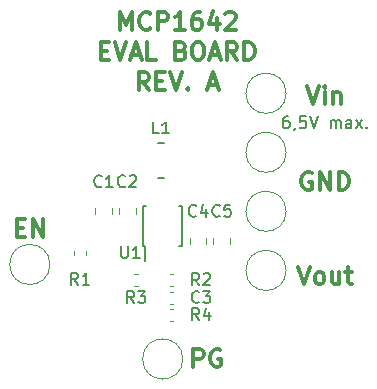
<source format=gbr>
G04 #@! TF.GenerationSoftware,KiCad,Pcbnew,5.0.1*
G04 #@! TF.CreationDate,2019-02-25T23:01:50+01:00*
G04 #@! TF.ProjectId,MCP1642 Eval Board,4D435031363432204576616C20426F61,rev?*
G04 #@! TF.SameCoordinates,Original*
G04 #@! TF.FileFunction,Legend,Top*
G04 #@! TF.FilePolarity,Positive*
%FSLAX46Y46*%
G04 Gerber Fmt 4.6, Leading zero omitted, Abs format (unit mm)*
G04 Created by KiCad (PCBNEW 5.0.1) date Mon 25 Feb 2019 11:01:50 PM CET*
%MOMM*%
%LPD*%
G01*
G04 APERTURE LIST*
%ADD10C,0.300000*%
%ADD11C,0.150000*%
%ADD12C,0.120000*%
G04 APERTURE END LIST*
D10*
X136642857Y-77128571D02*
X136642857Y-75628571D01*
X137142857Y-76700000D01*
X137642857Y-75628571D01*
X137642857Y-77128571D01*
X139214285Y-76985714D02*
X139142857Y-77057142D01*
X138928571Y-77128571D01*
X138785714Y-77128571D01*
X138571428Y-77057142D01*
X138428571Y-76914285D01*
X138357142Y-76771428D01*
X138285714Y-76485714D01*
X138285714Y-76271428D01*
X138357142Y-75985714D01*
X138428571Y-75842857D01*
X138571428Y-75700000D01*
X138785714Y-75628571D01*
X138928571Y-75628571D01*
X139142857Y-75700000D01*
X139214285Y-75771428D01*
X139857142Y-77128571D02*
X139857142Y-75628571D01*
X140428571Y-75628571D01*
X140571428Y-75700000D01*
X140642857Y-75771428D01*
X140714285Y-75914285D01*
X140714285Y-76128571D01*
X140642857Y-76271428D01*
X140571428Y-76342857D01*
X140428571Y-76414285D01*
X139857142Y-76414285D01*
X142142857Y-77128571D02*
X141285714Y-77128571D01*
X141714285Y-77128571D02*
X141714285Y-75628571D01*
X141571428Y-75842857D01*
X141428571Y-75985714D01*
X141285714Y-76057142D01*
X143428571Y-75628571D02*
X143142857Y-75628571D01*
X143000000Y-75700000D01*
X142928571Y-75771428D01*
X142785714Y-75985714D01*
X142714285Y-76271428D01*
X142714285Y-76842857D01*
X142785714Y-76985714D01*
X142857142Y-77057142D01*
X143000000Y-77128571D01*
X143285714Y-77128571D01*
X143428571Y-77057142D01*
X143500000Y-76985714D01*
X143571428Y-76842857D01*
X143571428Y-76485714D01*
X143500000Y-76342857D01*
X143428571Y-76271428D01*
X143285714Y-76200000D01*
X143000000Y-76200000D01*
X142857142Y-76271428D01*
X142785714Y-76342857D01*
X142714285Y-76485714D01*
X144857142Y-76128571D02*
X144857142Y-77128571D01*
X144500000Y-75557142D02*
X144142857Y-76628571D01*
X145071428Y-76628571D01*
X145571428Y-75771428D02*
X145642857Y-75700000D01*
X145785714Y-75628571D01*
X146142857Y-75628571D01*
X146285714Y-75700000D01*
X146357142Y-75771428D01*
X146428571Y-75914285D01*
X146428571Y-76057142D01*
X146357142Y-76271428D01*
X145500000Y-77128571D01*
X146428571Y-77128571D01*
X135035714Y-78892857D02*
X135535714Y-78892857D01*
X135750000Y-79678571D02*
X135035714Y-79678571D01*
X135035714Y-78178571D01*
X135750000Y-78178571D01*
X136178571Y-78178571D02*
X136678571Y-79678571D01*
X137178571Y-78178571D01*
X137607142Y-79250000D02*
X138321428Y-79250000D01*
X137464285Y-79678571D02*
X137964285Y-78178571D01*
X138464285Y-79678571D01*
X139678571Y-79678571D02*
X138964285Y-79678571D01*
X138964285Y-78178571D01*
X141821428Y-78892857D02*
X142035714Y-78964285D01*
X142107142Y-79035714D01*
X142178571Y-79178571D01*
X142178571Y-79392857D01*
X142107142Y-79535714D01*
X142035714Y-79607142D01*
X141892857Y-79678571D01*
X141321428Y-79678571D01*
X141321428Y-78178571D01*
X141821428Y-78178571D01*
X141964285Y-78250000D01*
X142035714Y-78321428D01*
X142107142Y-78464285D01*
X142107142Y-78607142D01*
X142035714Y-78750000D01*
X141964285Y-78821428D01*
X141821428Y-78892857D01*
X141321428Y-78892857D01*
X143107142Y-78178571D02*
X143392857Y-78178571D01*
X143535714Y-78250000D01*
X143678571Y-78392857D01*
X143750000Y-78678571D01*
X143750000Y-79178571D01*
X143678571Y-79464285D01*
X143535714Y-79607142D01*
X143392857Y-79678571D01*
X143107142Y-79678571D01*
X142964285Y-79607142D01*
X142821428Y-79464285D01*
X142750000Y-79178571D01*
X142750000Y-78678571D01*
X142821428Y-78392857D01*
X142964285Y-78250000D01*
X143107142Y-78178571D01*
X144321428Y-79250000D02*
X145035714Y-79250000D01*
X144178571Y-79678571D02*
X144678571Y-78178571D01*
X145178571Y-79678571D01*
X146535714Y-79678571D02*
X146035714Y-78964285D01*
X145678571Y-79678571D02*
X145678571Y-78178571D01*
X146250000Y-78178571D01*
X146392857Y-78250000D01*
X146464285Y-78321428D01*
X146535714Y-78464285D01*
X146535714Y-78678571D01*
X146464285Y-78821428D01*
X146392857Y-78892857D01*
X146250000Y-78964285D01*
X145678571Y-78964285D01*
X147178571Y-79678571D02*
X147178571Y-78178571D01*
X147535714Y-78178571D01*
X147750000Y-78250000D01*
X147892857Y-78392857D01*
X147964285Y-78535714D01*
X148035714Y-78821428D01*
X148035714Y-79035714D01*
X147964285Y-79321428D01*
X147892857Y-79464285D01*
X147750000Y-79607142D01*
X147535714Y-79678571D01*
X147178571Y-79678571D01*
X139071428Y-82228571D02*
X138571428Y-81514285D01*
X138214285Y-82228571D02*
X138214285Y-80728571D01*
X138785714Y-80728571D01*
X138928571Y-80800000D01*
X139000000Y-80871428D01*
X139071428Y-81014285D01*
X139071428Y-81228571D01*
X139000000Y-81371428D01*
X138928571Y-81442857D01*
X138785714Y-81514285D01*
X138214285Y-81514285D01*
X139714285Y-81442857D02*
X140214285Y-81442857D01*
X140428571Y-82228571D02*
X139714285Y-82228571D01*
X139714285Y-80728571D01*
X140428571Y-80728571D01*
X140857142Y-80728571D02*
X141357142Y-82228571D01*
X141857142Y-80728571D01*
X142357142Y-82085714D02*
X142428571Y-82157142D01*
X142357142Y-82228571D01*
X142285714Y-82157142D01*
X142357142Y-82085714D01*
X142357142Y-82228571D01*
X144142857Y-81800000D02*
X144857142Y-81800000D01*
X144000000Y-82228571D02*
X144500000Y-80728571D01*
X145000000Y-82228571D01*
X127892857Y-93892857D02*
X128392857Y-93892857D01*
X128607142Y-94678571D02*
X127892857Y-94678571D01*
X127892857Y-93178571D01*
X128607142Y-93178571D01*
X129250000Y-94678571D02*
X129250000Y-93178571D01*
X130107142Y-94678571D01*
X130107142Y-93178571D01*
X142857142Y-105678571D02*
X142857142Y-104178571D01*
X143428571Y-104178571D01*
X143571428Y-104250000D01*
X143642857Y-104321428D01*
X143714285Y-104464285D01*
X143714285Y-104678571D01*
X143642857Y-104821428D01*
X143571428Y-104892857D01*
X143428571Y-104964285D01*
X142857142Y-104964285D01*
X145142857Y-104250000D02*
X145000000Y-104178571D01*
X144785714Y-104178571D01*
X144571428Y-104250000D01*
X144428571Y-104392857D01*
X144357142Y-104535714D01*
X144285714Y-104821428D01*
X144285714Y-105035714D01*
X144357142Y-105321428D01*
X144428571Y-105464285D01*
X144571428Y-105607142D01*
X144785714Y-105678571D01*
X144928571Y-105678571D01*
X145142857Y-105607142D01*
X145214285Y-105535714D01*
X145214285Y-105035714D01*
X144928571Y-105035714D01*
D11*
X150904761Y-84452380D02*
X150714285Y-84452380D01*
X150619047Y-84500000D01*
X150571428Y-84547619D01*
X150476190Y-84690476D01*
X150428571Y-84880952D01*
X150428571Y-85261904D01*
X150476190Y-85357142D01*
X150523809Y-85404761D01*
X150619047Y-85452380D01*
X150809523Y-85452380D01*
X150904761Y-85404761D01*
X150952380Y-85357142D01*
X151000000Y-85261904D01*
X151000000Y-85023809D01*
X150952380Y-84928571D01*
X150904761Y-84880952D01*
X150809523Y-84833333D01*
X150619047Y-84833333D01*
X150523809Y-84880952D01*
X150476190Y-84928571D01*
X150428571Y-85023809D01*
X151476190Y-85404761D02*
X151476190Y-85452380D01*
X151428571Y-85547619D01*
X151380952Y-85595238D01*
X152380952Y-84452380D02*
X151904761Y-84452380D01*
X151857142Y-84928571D01*
X151904761Y-84880952D01*
X152000000Y-84833333D01*
X152238095Y-84833333D01*
X152333333Y-84880952D01*
X152380952Y-84928571D01*
X152428571Y-85023809D01*
X152428571Y-85261904D01*
X152380952Y-85357142D01*
X152333333Y-85404761D01*
X152238095Y-85452380D01*
X152000000Y-85452380D01*
X151904761Y-85404761D01*
X151857142Y-85357142D01*
X152714285Y-84452380D02*
X153047619Y-85452380D01*
X153380952Y-84452380D01*
X154476190Y-85452380D02*
X154476190Y-84785714D01*
X154476190Y-84880952D02*
X154523809Y-84833333D01*
X154619047Y-84785714D01*
X154761904Y-84785714D01*
X154857142Y-84833333D01*
X154904761Y-84928571D01*
X154904761Y-85452380D01*
X154904761Y-84928571D02*
X154952380Y-84833333D01*
X155047619Y-84785714D01*
X155190476Y-84785714D01*
X155285714Y-84833333D01*
X155333333Y-84928571D01*
X155333333Y-85452380D01*
X156238095Y-85452380D02*
X156238095Y-84928571D01*
X156190476Y-84833333D01*
X156095238Y-84785714D01*
X155904761Y-84785714D01*
X155809523Y-84833333D01*
X156238095Y-85404761D02*
X156142857Y-85452380D01*
X155904761Y-85452380D01*
X155809523Y-85404761D01*
X155761904Y-85309523D01*
X155761904Y-85214285D01*
X155809523Y-85119047D01*
X155904761Y-85071428D01*
X156142857Y-85071428D01*
X156238095Y-85023809D01*
X156619047Y-85452380D02*
X157142857Y-84785714D01*
X156619047Y-84785714D02*
X157142857Y-85452380D01*
X157523809Y-85357142D02*
X157571428Y-85404761D01*
X157523809Y-85452380D01*
X157476190Y-85404761D01*
X157523809Y-85357142D01*
X157523809Y-85452380D01*
D10*
X151714285Y-97178571D02*
X152214285Y-98678571D01*
X152714285Y-97178571D01*
X153428571Y-98678571D02*
X153285714Y-98607142D01*
X153214285Y-98535714D01*
X153142857Y-98392857D01*
X153142857Y-97964285D01*
X153214285Y-97821428D01*
X153285714Y-97750000D01*
X153428571Y-97678571D01*
X153642857Y-97678571D01*
X153785714Y-97750000D01*
X153857142Y-97821428D01*
X153928571Y-97964285D01*
X153928571Y-98392857D01*
X153857142Y-98535714D01*
X153785714Y-98607142D01*
X153642857Y-98678571D01*
X153428571Y-98678571D01*
X155214285Y-97678571D02*
X155214285Y-98678571D01*
X154571428Y-97678571D02*
X154571428Y-98464285D01*
X154642857Y-98607142D01*
X154785714Y-98678571D01*
X155000000Y-98678571D01*
X155142857Y-98607142D01*
X155214285Y-98535714D01*
X155714285Y-97678571D02*
X156285714Y-97678571D01*
X155928571Y-97178571D02*
X155928571Y-98464285D01*
X156000000Y-98607142D01*
X156142857Y-98678571D01*
X156285714Y-98678571D01*
X152857142Y-89250000D02*
X152714285Y-89178571D01*
X152500000Y-89178571D01*
X152285714Y-89250000D01*
X152142857Y-89392857D01*
X152071428Y-89535714D01*
X152000000Y-89821428D01*
X152000000Y-90035714D01*
X152071428Y-90321428D01*
X152142857Y-90464285D01*
X152285714Y-90607142D01*
X152500000Y-90678571D01*
X152642857Y-90678571D01*
X152857142Y-90607142D01*
X152928571Y-90535714D01*
X152928571Y-90035714D01*
X152642857Y-90035714D01*
X153571428Y-90678571D02*
X153571428Y-89178571D01*
X154428571Y-90678571D01*
X154428571Y-89178571D01*
X155142857Y-90678571D02*
X155142857Y-89178571D01*
X155500000Y-89178571D01*
X155714285Y-89250000D01*
X155857142Y-89392857D01*
X155928571Y-89535714D01*
X156000000Y-89821428D01*
X156000000Y-90035714D01*
X155928571Y-90321428D01*
X155857142Y-90464285D01*
X155714285Y-90607142D01*
X155500000Y-90678571D01*
X155142857Y-90678571D01*
X152464285Y-81928571D02*
X152964285Y-83428571D01*
X153464285Y-81928571D01*
X153964285Y-83428571D02*
X153964285Y-82428571D01*
X153964285Y-81928571D02*
X153892857Y-82000000D01*
X153964285Y-82071428D01*
X154035714Y-82000000D01*
X153964285Y-81928571D01*
X153964285Y-82071428D01*
X154678571Y-82428571D02*
X154678571Y-83428571D01*
X154678571Y-82571428D02*
X154750000Y-82500000D01*
X154892857Y-82428571D01*
X155107142Y-82428571D01*
X155250000Y-82500000D01*
X155321428Y-82642857D01*
X155321428Y-83428571D01*
D12*
G04 #@! TO.C,J6*
X141950000Y-105000000D02*
G75*
G03X141950000Y-105000000I-1700000J0D01*
G01*
G04 #@! TO.C,J5*
X150700000Y-87500000D02*
G75*
G03X150700000Y-87500000I-1700000J0D01*
G01*
G04 #@! TO.C,J4*
X150700000Y-97500000D02*
G75*
G03X150700000Y-97500000I-1700000J0D01*
G01*
G04 #@! TO.C,J3*
X130700000Y-97000000D02*
G75*
G03X130700000Y-97000000I-1700000J0D01*
G01*
G04 #@! TO.C,J2*
X150700000Y-92500000D02*
G75*
G03X150700000Y-92500000I-1700000J0D01*
G01*
G04 #@! TO.C,J1*
X150700000Y-82500000D02*
G75*
G03X150700000Y-82500000I-1700000J0D01*
G01*
G04 #@! TO.C,R2*
X141162779Y-98810000D02*
X140837221Y-98810000D01*
X141162779Y-97790000D02*
X140837221Y-97790000D01*
G04 #@! TO.C,C1*
X134540000Y-92241422D02*
X134540000Y-92758578D01*
X135960000Y-92241422D02*
X135960000Y-92758578D01*
G04 #@! TO.C,C2*
X137960000Y-92241422D02*
X137960000Y-92758578D01*
X136540000Y-92241422D02*
X136540000Y-92758578D01*
G04 #@! TO.C,C4*
X143960000Y-95258578D02*
X143960000Y-94741422D01*
X142540000Y-95258578D02*
X142540000Y-94741422D01*
G04 #@! TO.C,C5*
X144540000Y-95258578D02*
X144540000Y-94741422D01*
X145960000Y-95258578D02*
X145960000Y-94741422D01*
D11*
G04 #@! TO.C,L1*
X139850000Y-89700000D02*
X140350000Y-89700000D01*
X139850000Y-86700000D02*
X140350000Y-86700000D01*
D12*
G04 #@! TO.C,C3*
X141162779Y-99290000D02*
X140837221Y-99290000D01*
X141162779Y-100310000D02*
X140837221Y-100310000D01*
D11*
G04 #@! TO.C,U1*
X138575000Y-95425000D02*
X138750000Y-95425000D01*
X138575000Y-92075000D02*
X138825000Y-92075000D01*
X141925000Y-92075000D02*
X141675000Y-92075000D01*
X141925000Y-95425000D02*
X141675000Y-95425000D01*
X138575000Y-95425000D02*
X138575000Y-92075000D01*
X141925000Y-95425000D02*
X141925000Y-92075000D01*
X138750000Y-95425000D02*
X138750000Y-96675000D01*
D12*
G04 #@! TO.C,R4*
X141162779Y-100790000D02*
X140837221Y-100790000D01*
X141162779Y-101810000D02*
X140837221Y-101810000D01*
G04 #@! TO.C,R3*
X138162779Y-98810000D02*
X137837221Y-98810000D01*
X138162779Y-97790000D02*
X137837221Y-97790000D01*
G04 #@! TO.C,R1*
X132740000Y-95837221D02*
X132740000Y-96162779D01*
X133760000Y-95837221D02*
X133760000Y-96162779D01*
G04 #@! TO.C,R2*
D11*
X143333333Y-98752380D02*
X143000000Y-98276190D01*
X142761904Y-98752380D02*
X142761904Y-97752380D01*
X143142857Y-97752380D01*
X143238095Y-97800000D01*
X143285714Y-97847619D01*
X143333333Y-97942857D01*
X143333333Y-98085714D01*
X143285714Y-98180952D01*
X143238095Y-98228571D01*
X143142857Y-98276190D01*
X142761904Y-98276190D01*
X143714285Y-97847619D02*
X143761904Y-97800000D01*
X143857142Y-97752380D01*
X144095238Y-97752380D01*
X144190476Y-97800000D01*
X144238095Y-97847619D01*
X144285714Y-97942857D01*
X144285714Y-98038095D01*
X144238095Y-98180952D01*
X143666666Y-98752380D01*
X144285714Y-98752380D01*
G04 #@! TO.C,C1*
X135083333Y-90357142D02*
X135035714Y-90404761D01*
X134892857Y-90452380D01*
X134797619Y-90452380D01*
X134654761Y-90404761D01*
X134559523Y-90309523D01*
X134511904Y-90214285D01*
X134464285Y-90023809D01*
X134464285Y-89880952D01*
X134511904Y-89690476D01*
X134559523Y-89595238D01*
X134654761Y-89500000D01*
X134797619Y-89452380D01*
X134892857Y-89452380D01*
X135035714Y-89500000D01*
X135083333Y-89547619D01*
X136035714Y-90452380D02*
X135464285Y-90452380D01*
X135750000Y-90452380D02*
X135750000Y-89452380D01*
X135654761Y-89595238D01*
X135559523Y-89690476D01*
X135464285Y-89738095D01*
G04 #@! TO.C,C2*
X137083333Y-90357142D02*
X137035714Y-90404761D01*
X136892857Y-90452380D01*
X136797619Y-90452380D01*
X136654761Y-90404761D01*
X136559523Y-90309523D01*
X136511904Y-90214285D01*
X136464285Y-90023809D01*
X136464285Y-89880952D01*
X136511904Y-89690476D01*
X136559523Y-89595238D01*
X136654761Y-89500000D01*
X136797619Y-89452380D01*
X136892857Y-89452380D01*
X137035714Y-89500000D01*
X137083333Y-89547619D01*
X137464285Y-89547619D02*
X137511904Y-89500000D01*
X137607142Y-89452380D01*
X137845238Y-89452380D01*
X137940476Y-89500000D01*
X137988095Y-89547619D01*
X138035714Y-89642857D01*
X138035714Y-89738095D01*
X137988095Y-89880952D01*
X137416666Y-90452380D01*
X138035714Y-90452380D01*
G04 #@! TO.C,C4*
X143083333Y-92857142D02*
X143035714Y-92904761D01*
X142892857Y-92952380D01*
X142797619Y-92952380D01*
X142654761Y-92904761D01*
X142559523Y-92809523D01*
X142511904Y-92714285D01*
X142464285Y-92523809D01*
X142464285Y-92380952D01*
X142511904Y-92190476D01*
X142559523Y-92095238D01*
X142654761Y-92000000D01*
X142797619Y-91952380D01*
X142892857Y-91952380D01*
X143035714Y-92000000D01*
X143083333Y-92047619D01*
X143940476Y-92285714D02*
X143940476Y-92952380D01*
X143702380Y-91904761D02*
X143464285Y-92619047D01*
X144083333Y-92619047D01*
G04 #@! TO.C,C5*
X145083333Y-92857142D02*
X145035714Y-92904761D01*
X144892857Y-92952380D01*
X144797619Y-92952380D01*
X144654761Y-92904761D01*
X144559523Y-92809523D01*
X144511904Y-92714285D01*
X144464285Y-92523809D01*
X144464285Y-92380952D01*
X144511904Y-92190476D01*
X144559523Y-92095238D01*
X144654761Y-92000000D01*
X144797619Y-91952380D01*
X144892857Y-91952380D01*
X145035714Y-92000000D01*
X145083333Y-92047619D01*
X145988095Y-91952380D02*
X145511904Y-91952380D01*
X145464285Y-92428571D01*
X145511904Y-92380952D01*
X145607142Y-92333333D01*
X145845238Y-92333333D01*
X145940476Y-92380952D01*
X145988095Y-92428571D01*
X146035714Y-92523809D01*
X146035714Y-92761904D01*
X145988095Y-92857142D01*
X145940476Y-92904761D01*
X145845238Y-92952380D01*
X145607142Y-92952380D01*
X145511904Y-92904761D01*
X145464285Y-92857142D01*
G04 #@! TO.C,L1*
X139933333Y-85902380D02*
X139457142Y-85902380D01*
X139457142Y-84902380D01*
X140790476Y-85902380D02*
X140219047Y-85902380D01*
X140504761Y-85902380D02*
X140504761Y-84902380D01*
X140409523Y-85045238D01*
X140314285Y-85140476D01*
X140219047Y-85188095D01*
G04 #@! TO.C,C3*
X143333333Y-100157142D02*
X143285714Y-100204761D01*
X143142857Y-100252380D01*
X143047619Y-100252380D01*
X142904761Y-100204761D01*
X142809523Y-100109523D01*
X142761904Y-100014285D01*
X142714285Y-99823809D01*
X142714285Y-99680952D01*
X142761904Y-99490476D01*
X142809523Y-99395238D01*
X142904761Y-99300000D01*
X143047619Y-99252380D01*
X143142857Y-99252380D01*
X143285714Y-99300000D01*
X143333333Y-99347619D01*
X143666666Y-99252380D02*
X144285714Y-99252380D01*
X143952380Y-99633333D01*
X144095238Y-99633333D01*
X144190476Y-99680952D01*
X144238095Y-99728571D01*
X144285714Y-99823809D01*
X144285714Y-100061904D01*
X144238095Y-100157142D01*
X144190476Y-100204761D01*
X144095238Y-100252380D01*
X143809523Y-100252380D01*
X143714285Y-100204761D01*
X143666666Y-100157142D01*
G04 #@! TO.C,U1*
X136738095Y-95452380D02*
X136738095Y-96261904D01*
X136785714Y-96357142D01*
X136833333Y-96404761D01*
X136928571Y-96452380D01*
X137119047Y-96452380D01*
X137214285Y-96404761D01*
X137261904Y-96357142D01*
X137309523Y-96261904D01*
X137309523Y-95452380D01*
X138309523Y-96452380D02*
X137738095Y-96452380D01*
X138023809Y-96452380D02*
X138023809Y-95452380D01*
X137928571Y-95595238D01*
X137833333Y-95690476D01*
X137738095Y-95738095D01*
G04 #@! TO.C,R4*
X143333333Y-101702380D02*
X143000000Y-101226190D01*
X142761904Y-101702380D02*
X142761904Y-100702380D01*
X143142857Y-100702380D01*
X143238095Y-100750000D01*
X143285714Y-100797619D01*
X143333333Y-100892857D01*
X143333333Y-101035714D01*
X143285714Y-101130952D01*
X143238095Y-101178571D01*
X143142857Y-101226190D01*
X142761904Y-101226190D01*
X144190476Y-101035714D02*
X144190476Y-101702380D01*
X143952380Y-100654761D02*
X143714285Y-101369047D01*
X144333333Y-101369047D01*
G04 #@! TO.C,R3*
X137833333Y-100252380D02*
X137500000Y-99776190D01*
X137261904Y-100252380D02*
X137261904Y-99252380D01*
X137642857Y-99252380D01*
X137738095Y-99300000D01*
X137785714Y-99347619D01*
X137833333Y-99442857D01*
X137833333Y-99585714D01*
X137785714Y-99680952D01*
X137738095Y-99728571D01*
X137642857Y-99776190D01*
X137261904Y-99776190D01*
X138166666Y-99252380D02*
X138785714Y-99252380D01*
X138452380Y-99633333D01*
X138595238Y-99633333D01*
X138690476Y-99680952D01*
X138738095Y-99728571D01*
X138785714Y-99823809D01*
X138785714Y-100061904D01*
X138738095Y-100157142D01*
X138690476Y-100204761D01*
X138595238Y-100252380D01*
X138309523Y-100252380D01*
X138214285Y-100204761D01*
X138166666Y-100157142D01*
G04 #@! TO.C,R1*
X133083333Y-98702380D02*
X132750000Y-98226190D01*
X132511904Y-98702380D02*
X132511904Y-97702380D01*
X132892857Y-97702380D01*
X132988095Y-97750000D01*
X133035714Y-97797619D01*
X133083333Y-97892857D01*
X133083333Y-98035714D01*
X133035714Y-98130952D01*
X132988095Y-98178571D01*
X132892857Y-98226190D01*
X132511904Y-98226190D01*
X134035714Y-98702380D02*
X133464285Y-98702380D01*
X133750000Y-98702380D02*
X133750000Y-97702380D01*
X133654761Y-97845238D01*
X133559523Y-97940476D01*
X133464285Y-97988095D01*
G04 #@! TD*
M02*

</source>
